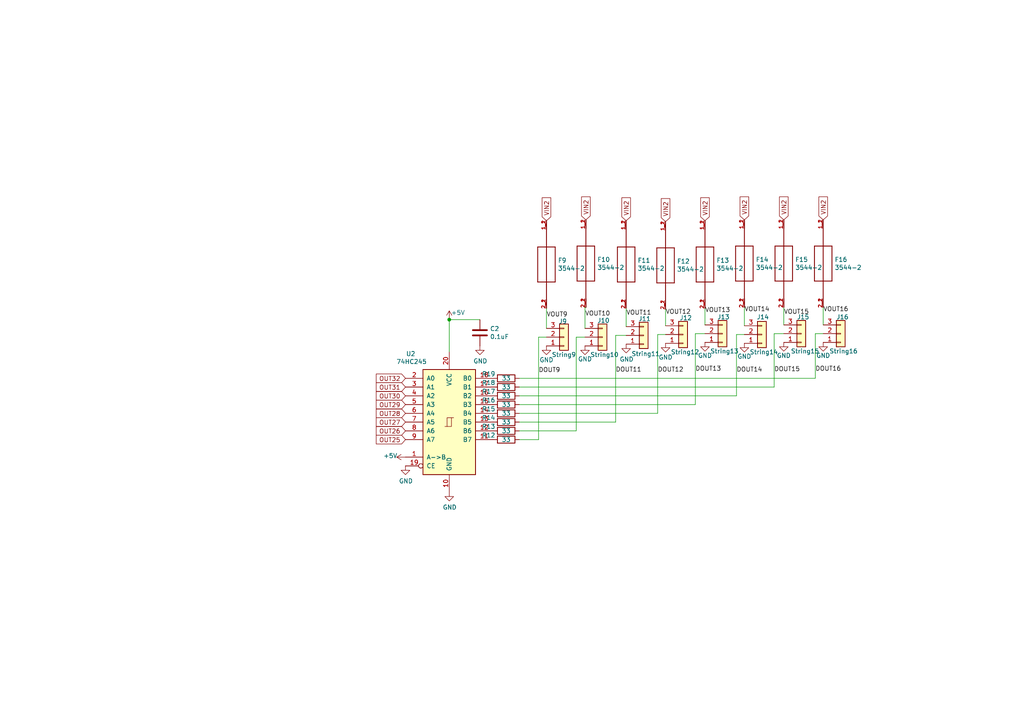
<source format=kicad_sch>
(kicad_sch (version 20211123) (generator eeschema)
  (paper "A4")
  (title_block (title "16 Expansion Dual SMD") (date "2022-08-13") (rev "v2") (company "Scott Hanson"))
  (lib_symbols
    (symbol "74xx:74HC245" (pin_names (offset 1.016))
      (property "Reference" "U" (at -7.62 16.51 0))
      (property "Value" "74HC245" (at -7.62 -16.51 0))
      (symbol "74HC245_1_0"
        (polyline (pts (xy -0.635 -1.27) (xy -0.635 1.27) (xy 0.635 1.27)))
        (polyline (pts (xy -1.27 -1.27) (xy 0.635 -1.27) (xy 0.635 1.27) (xy 1.27 1.27)))
        (pin input line (at -12.7 -10.16 0) (length 5.08) (name "A->B") (number "1"))
        (pin power_in line (at 0 -20.32 90) (length 5.08) (name "GND") (number "10"))
        (pin tri_state line (at 12.7 -5.08 180) (length 5.08) (name "B7") (number "11"))
        (pin tri_state line (at 12.7 -2.54 180) (length 5.08) (name "B6") (number "12"))
        (pin tri_state line (at 12.7 0 180) (length 5.08) (name "B5") (number "13"))
        (pin tri_state line (at 12.7 2.54 180) (length 5.08) (name "B4") (number "14"))
        (pin tri_state line (at 12.7 5.08 180) (length 5.08) (name "B3") (number "15"))
        (pin tri_state line (at 12.7 7.62 180) (length 5.08) (name "B2") (number "16"))
        (pin tri_state line (at 12.7 10.16 180) (length 5.08) (name "B1") (number "17"))
        (pin tri_state line (at 12.7 12.7 180) (length 5.08) (name "B0") (number "18"))
        (pin input inverted (at -12.7 -12.7 0) (length 5.08) (name "CE") (number "19"))
        (pin tri_state line (at -12.7 12.7 0) (length 5.08) (name "A0") (number "2"))
        (pin power_in line (at 0 20.32 270) (length 5.08) (name "VCC") (number "20"))
        (pin tri_state line (at -12.7 10.16 0) (length 5.08) (name "A1") (number "3"))
        (pin tri_state line (at -12.7 7.62 0) (length 5.08) (name "A2") (number "4"))
        (pin tri_state line (at -12.7 5.08 0) (length 5.08) (name "A3") (number "5"))
        (pin tri_state line (at -12.7 2.54 0) (length 5.08) (name "A4") (number "6"))
        (pin tri_state line (at -12.7 0 0) (length 5.08) (name "A5") (number "7"))
        (pin tri_state line (at -12.7 -2.54 0) (length 5.08) (name "A6") (number "8"))
        (pin tri_state line (at -12.7 -5.08 0) (length 5.08) (name "A7") (number "9"))
      )
      (symbol "74HC245_1_1"
        (rectangle (start -7.62 15.24) (end 7.62 -15.24) (stroke (width 0.254)) (fill (type background)))
      )
    )
    (symbol "Connector_Generic:Conn_01x03" (pin_names (offset 1.016) hide)
      (property "Reference" "J" (at 0 5.08 0))
      (property "Value" "Conn_01x03" (at 0 -5.08 0))
      (symbol "Conn_01x03_1_1"
        (rectangle (start -1.27 -2.413) (end 0 -2.667) (stroke (width 0.1524)))
        (rectangle (start -1.27 0.127) (end 0 -0.127) (stroke (width 0.1524)))
        (rectangle (start -1.27 2.667) (end 0 2.413) (stroke (width 0.1524)))
        (rectangle (start -1.27 3.81) (end 1.27 -3.81) (stroke (width 0.254)) (fill (type background)))
        (pin passive line (at -5.08 2.54 0) (length 3.81) (name "Pin_1") (number "1"))
        (pin passive line (at -5.08 0 0) (length 3.81) (name "Pin_2") (number "2"))
        (pin passive line (at -5.08 -2.54 0) (length 3.81) (name "Pin_3") (number "3"))
      )
    )
    (symbol "Device:R" (pin_numbers hide) (pin_names (offset 0))
      (property "Reference" "R" (at 2.032 0 90))
      (property "Value" "R" (at 0 0 90))
      (symbol "R_0_1"
        (rectangle (start -1.016 -2.54) (end 1.016 2.54) (stroke (width 0.254)))
      )
      (symbol "R_1_1"
        (pin passive line (at 0 3.81 270) (length 1.27) (name "~") (number "1"))
        (pin passive line (at 0 -3.81 90) (length 1.27) (name "~") (number "2"))
      )
    )
    (symbol "PB_16-rescue:3544-2-Keystone_Fuse" (pin_names (offset 1.016) hide)
      (property "Reference" "F" (at -5.08 3.302 0))
      (property "Value" "3544-2-Keystone_Fuse" (at -5.08 -5.08 0))
      (symbol "3544-2-Keystone_Fuse_0_0"
        (polyline (pts (xy -12.7 0) (xy 12.7 0)) (stroke (width 0.254)))
        (polyline (pts (xy -5.08 -2.54) (xy -5.08 2.54)) (stroke (width 0.254)))
        (polyline (pts (xy -5.08 2.54) (xy 5.08 2.54)) (stroke (width 0.254)))
        (polyline (pts (xy 5.08 -2.54) (xy -5.08 -2.54)) (stroke (width 0.254)))
        (polyline (pts (xy 5.08 2.54) (xy 5.08 -2.54)) (stroke (width 0.254)))
        (pin passive line (at -12.7 0 0) (length 2.54) (name "1") (number "1_1"))
        (pin passive line (at -12.7 0 0) (length 2.54) (name "1") (number "1_2"))
        (pin passive line (at 12.7 0 180) (length 2.54) (name "2") (number "2_1"))
        (pin passive line (at 12.7 0 180) (length 2.54) (name "2") (number "2_2"))
      )
    )
    (symbol "PB_16-rescue:C-Device" (pin_numbers hide) (pin_names (offset 0.254))
      (property "Reference" "C" (at 0.635 2.54 0))
      (property "Value" "C-Device" (at 0.635 -2.54 0))
      (symbol "C-Device_0_1"
        (polyline (pts (xy -2.032 -0.762) (xy 2.032 -0.762)) (stroke (width 0.508)))
        (polyline (pts (xy -2.032 0.762) (xy 2.032 0.762)) (stroke (width 0.508)))
      )
      (symbol "C-Device_1_1"
        (pin passive line (at 0 3.81 270) (length 2.794) (name "~") (number "1"))
        (pin passive line (at 0 -3.81 90) (length 2.794) (name "~") (number "2"))
      )
    )
    (symbol "power:+5V" (power) (pin_names (offset 0))
      (property "Value" "+5V" (at 0 3.556 0))
      (symbol "+5V_0_1"
        (polyline (pts (xy -0.762 1.27) (xy 0 2.54)))
        (polyline (pts (xy 0 0) (xy 0 2.54)))
        (polyline (pts (xy 0 2.54) (xy 0.762 1.27)))
      )
      (symbol "+5V_1_1"
        (pin power_in line (at 0 0 90) (length 0) hide (name "+5V") (number "1"))
      )
    )
    (symbol "power:GND" (power) (pin_names (offset 0))
      (property "Value" "GND" (at 0 -3.81 0))
      (symbol "GND_0_1"
        (polyline (pts (xy 0 0) (xy 0 -1.27) (xy 1.27 -1.27) (xy 0 -2.54) (xy -1.27 -1.27) (xy 0 -1.27)))
      )
      (symbol "GND_1_1"
        (pin power_in line (at 0 0 270) (length 0) hide (name "GND") (number "1"))
      )
    )
  )
  (junction (at 130.302 92.71))
  (wire (pts (xy 150.622 112.268) (xy 224.536 112.268)))
  (wire (pts (xy 236.474 96.774) (xy 236.474 109.728)))
  (wire (pts (xy 204.47 96.774) (xy 201.676 96.774)))
  (wire (pts (xy 130.302 92.71) (xy 130.302 102.108)))
  (wire (pts (xy 215.9 89.154) (xy 215.9 94.488)))
  (wire (pts (xy 169.672 89.154) (xy 169.926 89.154)))
  (wire (pts (xy 193.04 94.488) (xy 193.04 89.662)))
  (wire (pts (xy 169.672 97.79) (xy 167.132 97.79)))
  (wire (pts (xy 150.622 119.888) (xy 190.754 119.888)))
  (wire (pts (xy 181.61 89.408) (xy 181.61 94.742)))
  (wire (pts (xy 178.562 97.282) (xy 178.562 122.428)))
  (wire (pts (xy 150.622 124.968) (xy 167.132 124.968)))
  (wire (pts (xy 169.672 95.25) (xy 169.672 89.154)))
  (wire (pts (xy 139.192 92.71) (xy 130.302 92.71)))
  (wire (pts (xy 150.622 117.348) (xy 201.676 117.348)))
  (wire (pts (xy 236.474 96.774) (xy 238.76 96.774)))
  (wire (pts (xy 178.562 97.282) (xy 181.61 97.282)))
  (wire (pts (xy 150.622 122.428) (xy 178.562 122.428)))
  (wire (pts (xy 227.33 89.154) (xy 227.33 94.234)))
  (wire (pts (xy 215.9 97.028) (xy 213.614 97.028)))
  (wire (pts (xy 201.676 96.774) (xy 201.676 117.348)))
  (wire (pts (xy 167.132 97.79) (xy 167.132 124.968)))
  (wire (pts (xy 224.536 96.774) (xy 224.536 112.268)))
  (wire (pts (xy 193.04 97.028) (xy 190.754 97.028)))
  (wire (pts (xy 213.614 97.028) (xy 213.614 114.808)))
  (wire (pts (xy 238.76 94.234) (xy 238.76 89.154)))
  (wire (pts (xy 158.496 89.408) (xy 158.496 95.25)))
  (wire (pts (xy 156.21 97.79) (xy 156.21 127.508)))
  (wire (pts (xy 150.622 109.728) (xy 236.474 109.728)))
  (wire (pts (xy 204.47 94.234) (xy 204.47 89.408)))
  (wire (pts (xy 150.622 114.808) (xy 213.614 114.808)))
  (wire (pts (xy 156.21 97.79) (xy 158.496 97.79)))
  (wire (pts (xy 224.536 96.774) (xy 227.33 96.774)))
  (wire (pts (xy 190.754 97.028) (xy 190.754 119.888)))
  (wire (pts (xy 156.21 127.508) (xy 150.622 127.508)))
  (label "VOUT9" (at 158.496 92.202 0))
  (label "DOUT13" (at 201.676 107.95 0))
  (label "VOUT12" (at 193.04 91.44 0))
  (label "DOUT12" (at 190.754 108.204 0))
  (label "VOUT14" (at 215.9 90.678 0))
  (label "VOUT13" (at 204.47 90.932 0))
  (label "DOUT14" (at 213.614 108.204 0))
  (label "DOUT11" (at 178.562 108.204 0))
  (label "VOUT16" (at 238.76 90.678 0))
  (label "DOUT15" (at 224.536 108.077 0))
  (label "DOUT16" (at 236.474 107.95 0))
  (label "DOUT9" (at 156.21 108.331 0))
  (label "VOUT10" (at 169.672 91.948 0))
  (label "VOUT15" (at 227.33 91.44 0))
  (label "VOUT11" (at 181.61 91.694 0))
  (global_label "OUT25" (shape input) (at 117.602 127.508 180) (property "Intersheet References" "${INTERSHEET_REFS}" (effects hide)))
  (global_label "VIN2" (shape input) (at 169.926 63.754 90) (property "Intersheet References" "${INTERSHEET_REFS}" (effects hide)))
  (global_label "OUT30" (shape input) (at 117.602 114.808 180) (property "Intersheet References" "${INTERSHEET_REFS}" (effects hide)))
  (global_label "OUT28" (shape input) (at 117.602 119.888 180) (property "Intersheet References" "${INTERSHEET_REFS}" (effects hide)))
  (global_label "OUT31" (shape input) (at 117.602 112.268 180) (property "Intersheet References" "${INTERSHEET_REFS}" (effects hide)))
  (global_label "OUT26" (shape input) (at 117.602 124.968 180) (property "Intersheet References" "${INTERSHEET_REFS}" (effects hide)))
  (global_label "VIN2" (shape input) (at 181.61 64.008 90) (property "Intersheet References" "${INTERSHEET_REFS}" (effects hide)))
  (global_label "VIN2" (shape input) (at 204.47 64.008 90) (property "Intersheet References" "${INTERSHEET_REFS}" (effects hide)))
  (global_label "VIN2" (shape input) (at 215.9 63.754 90) (property "Intersheet References" "${INTERSHEET_REFS}" (effects hide)))
  (global_label "VIN2" (shape input) (at 238.76 63.754 90) (property "Intersheet References" "${INTERSHEET_REFS}" (effects hide)))
  (global_label "OUT27" (shape input) (at 117.602 122.428 180) (property "Intersheet References" "${INTERSHEET_REFS}" (effects hide)))
  (global_label "VIN2" (shape input) (at 193.04 64.262 90) (property "Intersheet References" "${INTERSHEET_REFS}" (effects hide)))
  (global_label "OUT29" (shape input) (at 117.602 117.348 180) (property "Intersheet References" "${INTERSHEET_REFS}" (effects hide)))
  (global_label "OUT32" (shape input) (at 117.602 109.728 180) (property "Intersheet References" "${INTERSHEET_REFS}" (effects hide)))
  (global_label "VIN2" (shape input) (at 227.33 63.754 90) (property "Intersheet References" "${INTERSHEET_REFS}" (effects hide)))
  (global_label "VIN2" (shape input) (at 158.496 64.008 90) (property "Intersheet References" "${INTERSHEET_REFS}" (effects hide)))
  (symbol (lib_id "Connector_Generic:Conn_01x03") (at 163.576 97.79 0) (mirror x) (unit 1)
    (property "Reference" "J9" (at 162.052 93.218 0) (effects (justify left)))
    (property "Value" "String9" (at 160.02 102.87 0) (effects (justify left)))
    (property "Footprint" "Connector_Phoenix_MC:PhoenixContact_MCV_1,5_3-G-3.5_1x03_P3.50mm_Vertical" (effects hide))
    (property "Digi-Key_PN" "277-5737-ND/ED10555-ND" (effects hide))
    (property "MPN" "1843619/OSTTJ0311530" (effects hide))
    (property "LCSC" "C192778" (effects hide))
  )
  (symbol (lib_id "Connector_Generic:Conn_01x03") (at 174.752 97.79 0) (mirror x) (unit 1)
    (property "Reference" "J10" (at 173.228 92.964 0) (effects (justify left)))
    (property "Value" "String10" (at 171.196 102.87 0) (effects (justify left)))
    (property "Footprint" "Connector_Phoenix_MC:PhoenixContact_MCV_1,5_3-G-3.5_1x03_P3.50mm_Vertical" (effects hide))
    (property "Digi-Key_PN" "277-5737-ND/ED10555-ND" (effects hide))
    (property "MPN" "1843619/OSTTJ0311530" (effects hide))
    (property "LCSC" "C192778" (effects hide))
  )
  (symbol (lib_id "Connector_Generic:Conn_01x03") (at 186.69 97.282 0) (mirror x) (unit 1)
    (property "Reference" "J11" (at 185.166 92.456 0) (effects (justify left)))
    (property "Value" "String11" (at 183.134 102.616 0) (effects (justify left)))
    (property "Footprint" "Connector_Phoenix_MC:PhoenixContact_MCV_1,5_3-G-3.5_1x03_P3.50mm_Vertical" (effects hide))
    (property "Digi-Key_PN" "277-5737-ND/ED10555-ND" (effects hide))
    (property "MPN" "1843619/OSTTJ0311530" (effects hide))
    (property "LCSC" "C192778" (effects hide))
  )
  (symbol (lib_id "Connector_Generic:Conn_01x03") (at 198.12 97.028 0) (mirror x) (unit 1)
    (property "Reference" "J12" (at 197.104 92.202 0) (effects (justify left)))
    (property "Value" "String12" (at 194.564 102.108 0) (effects (justify left)))
    (property "Footprint" "Connector_Phoenix_MC:PhoenixContact_MCV_1,5_3-G-3.5_1x03_P3.50mm_Vertical" (effects hide))
    (property "Digi-Key_PN" "277-5737-ND/ED10555-ND" (effects hide))
    (property "MPN" "1843619/OSTTJ0311530" (effects hide))
    (property "LCSC" "C192778" (effects hide))
  )
  (symbol (lib_id "Connector_Generic:Conn_01x03") (at 209.55 96.774 0) (mirror x) (unit 1)
    (property "Reference" "J13" (at 208.026 91.948 0) (effects (justify left)))
    (property "Value" "String13" (at 205.994 101.854 0) (effects (justify left)))
    (property "Footprint" "Connector_Phoenix_MC:PhoenixContact_MCV_1,5_3-G-3.5_1x03_P3.50mm_Vertical" (effects hide))
    (property "Digi-Key_PN" "277-5737-ND/ED10555-ND" (effects hide))
    (property "MPN" "1843619/OSTTJ0311530" (effects hide))
    (property "LCSC" "C192778" (effects hide))
  )
  (symbol (lib_id "Connector_Generic:Conn_01x03") (at 220.98 97.028 0) (mirror x) (unit 1)
    (property "Reference" "J14" (at 219.456 91.948 0) (effects (justify left)))
    (property "Value" "String14" (at 217.424 102.108 0) (effects (justify left)))
    (property "Footprint" "Connector_Phoenix_MC:PhoenixContact_MCV_1,5_3-G-3.5_1x03_P3.50mm_Vertical" (effects hide))
    (property "Digi-Key_PN" "277-5737-ND/ED10555-ND" (effects hide))
    (property "MPN" "1843619/OSTTJ0311530" (effects hide))
    (property "LCSC" "C192778" (effects hide))
  )
  (symbol (lib_id "Connector_Generic:Conn_01x03") (at 232.41 96.774 0) (mirror x) (unit 1)
    (property "Reference" "J15" (at 231.14 91.948 0) (effects (justify left)))
    (property "Value" "String15" (at 229.362 101.854 0) (effects (justify left)))
    (property "Footprint" "Connector_Phoenix_MC:PhoenixContact_MCV_1,5_3-G-3.5_1x03_P3.50mm_Vertical" (effects hide))
    (property "Digi-Key_PN" "277-5737-ND/ED10555-ND" (effects hide))
    (property "MPN" "1843619/OSTTJ0311530" (effects hide))
    (property "LCSC" "C192778" (effects hide))
  )
  (symbol (lib_id "Connector_Generic:Conn_01x03") (at 243.84 96.774 0) (mirror x) (unit 1)
    (property "Reference" "J16" (at 242.57 91.948 0) (effects (justify left)))
    (property "Value" "String16" (at 240.538 101.854 0) (effects (justify left)))
    (property "Footprint" "Connector_Phoenix_MC:PhoenixContact_MCV_1,5_3-G-3.5_1x03_P3.50mm_Vertical" (effects hide))
    (property "Digi-Key_PN" "277-5737-ND/ED10555-ND" (effects hide))
    (property "MPN" "1843619/OSTTJ0311530" (effects hide))
    (property "LCSC" "C192778" (effects hide))
  )
  (symbol (lib_id "power:GND") (at 158.496 100.33 0) (unit 1)
    (property "Reference" "#PWR024" (effects hide))
    (property "Value" "GND" (at 158.496 104.394 0))
  )
  (symbol (lib_id "power:GND") (at 169.672 100.33 0) (unit 1)
    (property "Reference" "#PWR025" (effects hide))
    (property "Value" "GND" (at 169.672 104.14 0))
  )
  (symbol (lib_id "power:GND") (at 181.61 99.822 0) (unit 1)
    (property "Reference" "#PWR026" (effects hide))
    (property "Value" "GND" (at 181.737 104.2162 0))
  )
  (symbol (lib_id "power:GND") (at 193.04 99.568 0) (unit 1)
    (property "Reference" "#PWR027" (effects hide))
    (property "Value" "GND" (at 193.04 103.632 0))
  )
  (symbol (lib_id "power:GND") (at 204.47 99.314 0) (unit 1)
    (property "Reference" "#PWR028" (effects hide))
    (property "Value" "GND" (at 204.47 103.124 0))
  )
  (symbol (lib_id "power:GND") (at 215.9 99.568 0) (unit 1)
    (property "Reference" "#PWR029" (effects hide))
    (property "Value" "GND" (at 215.9 103.378 0))
  )
  (symbol (lib_id "power:GND") (at 227.33 99.314 0) (unit 1)
    (property "Reference" "#PWR030" (effects hide))
    (property "Value" "GND" (at 227.33 103.124 0))
  )
  (symbol (lib_id "power:GND") (at 238.76 99.314 0) (unit 1)
    (property "Reference" "#PWR031" (effects hide))
    (property "Value" "GND" (at 238.76 103.124 0))
  )
  (symbol (lib_id "PB_16-rescue:3544-2-Keystone_Fuse") (at 169.926 76.454 270) (unit 1)
    (property "Reference" "F10" (at 173.228 75.2856 90) (effects (justify left)))
    (property "Value" "3544-2" (at 173.228 77.597 90) (effects (justify left)))
    (property "Footprint" "Keystone_Fuse:FUSE_3544-2" (effects hide))
    (property "Field4" "3544-2" (effects hide))
    (property "Field5" "None" (effects hide))
    (property "Field6" "Unavailable" (effects hide))
    (property "Field7" "Fuse Clip; 500 VAC; 30 A; PCB; For 0.110 in. x 0.032 in. mini blade fuses" (effects hide))
    (property "Field8" "Keystone Electronics" (effects hide))
    (property "Digi-Key_PN" "36-3544-2-ND" (effects hide))
    (property "MPN" "3544-2" (effects hide))
    (property "LCSC" "C492610" (effects hide))
  )
  (symbol (lib_id "PB_16-rescue:3544-2-Keystone_Fuse") (at 181.61 76.708 270) (unit 1)
    (property "Reference" "F11" (at 184.912 75.5396 90) (effects (justify left)))
    (property "Value" "3544-2" (at 184.912 77.851 90) (effects (justify left)))
    (property "Footprint" "Keystone_Fuse:FUSE_3544-2" (effects hide))
    (property "Field4" "3544-2" (effects hide))
    (property "Field5" "None" (effects hide))
    (property "Field6" "Unavailable" (effects hide))
    (property "Field7" "Fuse Clip; 500 VAC; 30 A; PCB; For 0.110 in. x 0.032 in. mini blade fuses" (effects hide))
    (property "Field8" "Keystone Electronics" (effects hide))
    (property "Digi-Key_PN" "36-3544-2-ND" (effects hide))
    (property "MPN" "3544-2" (effects hide))
    (property "LCSC" "C492610" (effects hide))
  )
  (symbol (lib_id "PB_16-rescue:3544-2-Keystone_Fuse") (at 193.04 76.962 270) (unit 1)
    (property "Reference" "F12" (at 196.342 75.7936 90) (effects (justify left)))
    (property "Value" "3544-2" (at 196.342 78.105 90) (effects (justify left)))
    (property "Footprint" "Keystone_Fuse:FUSE_3544-2" (effects hide))
    (property "Field4" "3544-2" (effects hide))
    (property "Field5" "None" (effects hide))
    (property "Field6" "Unavailable" (effects hide))
    (property "Field7" "Fuse Clip; 500 VAC; 30 A; PCB; For 0.110 in. x 0.032 in. mini blade fuses" (effects hide))
    (property "Field8" "Keystone Electronics" (effects hide))
    (property "Digi-Key_PN" "36-3544-2-ND" (effects hide))
    (property "MPN" "3544-2" (effects hide))
    (property "LCSC" "C492610" (effects hide))
  )
  (symbol (lib_id "PB_16-rescue:3544-2-Keystone_Fuse") (at 204.47 76.708 270) (unit 1)
    (property "Reference" "F13" (at 207.772 75.5396 90) (effects (justify left)))
    (property "Value" "3544-2" (at 207.772 77.851 90) (effects (justify left)))
    (property "Footprint" "Keystone_Fuse:FUSE_3544-2" (effects hide))
    (property "Field4" "3544-2" (effects hide))
    (property "Field5" "None" (effects hide))
    (property "Field6" "Unavailable" (effects hide))
    (property "Field7" "Fuse Clip; 500 VAC; 30 A; PCB; For 0.110 in. x 0.032 in. mini blade fuses" (effects hide))
    (property "Field8" "Keystone Electronics" (effects hide))
    (property "Digi-Key_PN" "36-3544-2-ND" (effects hide))
    (property "MPN" "3544-2" (effects hide))
    (property "LCSC" "C492610" (effects hide))
  )
  (symbol (lib_id "PB_16-rescue:3544-2-Keystone_Fuse") (at 215.9 76.454 270) (unit 1)
    (property "Reference" "F14" (at 219.202 75.2856 90) (effects (justify left)))
    (property "Value" "3544-2" (at 219.202 77.597 90) (effects (justify left)))
    (property "Footprint" "Keystone_Fuse:FUSE_3544-2" (effects hide))
    (property "Field4" "3544-2" (effects hide))
    (property "Field5" "None" (effects hide))
    (property "Field6" "Unavailable" (effects hide))
    (property "Field7" "Fuse Clip; 500 VAC; 30 A; PCB; For 0.110 in. x 0.032 in. mini blade fuses" (effects hide))
    (property "Field8" "Keystone Electronics" (effects hide))
    (property "Digi-Key_PN" "36-3544-2-ND" (effects hide))
    (property "MPN" "3544-2" (effects hide))
    (property "LCSC" "C492610" (effects hide))
  )
  (symbol (lib_id "PB_16-rescue:3544-2-Keystone_Fuse") (at 227.33 76.454 270) (unit 1)
    (property "Reference" "F15" (at 230.632 75.2856 90) (effects (justify left)))
    (property "Value" "3544-2" (at 230.632 77.597 90) (effects (justify left)))
    (property "Footprint" "Keystone_Fuse:FUSE_3544-2" (effects hide))
    (property "Field4" "3544-2" (effects hide))
    (property "Field5" "None" (effects hide))
    (property "Field6" "Unavailable" (effects hide))
    (property "Field7" "Fuse Clip; 500 VAC; 30 A; PCB; For 0.110 in. x 0.032 in. mini blade fuses" (effects hide))
    (property "Field8" "Keystone Electronics" (effects hide))
    (property "Digi-Key_PN" "36-3544-2-ND" (effects hide))
    (property "MPN" "3544-2" (effects hide))
    (property "LCSC" "C492610" (effects hide))
  )
  (symbol (lib_id "PB_16-rescue:3544-2-Keystone_Fuse") (at 238.76 76.454 270) (unit 1)
    (property "Reference" "F16" (at 242.062 75.2856 90) (effects (justify left)))
    (property "Value" "3544-2" (at 242.062 77.597 90) (effects (justify left)))
    (property "Footprint" "Keystone_Fuse:FUSE_3544-2" (effects hide))
    (property "Field4" "3544-2" (effects hide))
    (property "Field5" "None" (effects hide))
    (property "Field6" "Unavailable" (effects hide))
    (property "Field7" "Fuse Clip; 500 VAC; 30 A; PCB; For 0.110 in. x 0.032 in. mini blade fuses" (effects hide))
    (property "Field8" "Keystone Electronics" (effects hide))
    (property "Digi-Key_PN" "36-3544-2-ND" (effects hide))
    (property "MPN" "3544-2" (effects hide))
    (property "LCSC" "C492610" (effects hide))
  )
  (symbol (lib_id "power:GND") (at 130.302 142.748 0) (unit 1)
    (property "Reference" "#PWR023" (effects hide))
    (property "Value" "GND" (at 130.429 147.1422 0))
  )
  (symbol (lib_id "power:+5V") (at 117.602 132.588 90) (unit 1)
    (property "Reference" "#PWR020" (effects hide))
    (property "Value" "+5V" (at 113.2078 132.207 90))
  )
  (symbol (lib_id "power:GND") (at 117.602 135.128 0) (unit 1)
    (property "Reference" "#PWR021" (effects hide))
    (property "Value" "GND" (at 117.729 139.5222 0))
  )
  (symbol (lib_id "PB_16-rescue:C-Device") (at 139.192 96.52 0) (unit 1)
    (property "Reference" "C2" (at 142.113 95.3516 0) (effects (justify left)))
    (property "Value" "0.1uF" (at 142.113 97.663 0) (effects (justify left)))
    (property "Footprint" "Capacitor_SMD:C_0603_1608Metric_Pad1.08x0.95mm_HandSolder" (effects hide))
    (property "Digi-Key_PN" "1276-1935-2-ND" (effects hide))
    (property "MPN" "CL10B104KB8NNWC" (effects hide))
    (property "LCSC" "C14663" (effects hide))
  )
  (symbol (lib_id "power:+5V") (at 130.302 92.71 0) (unit 1)
    (property "Reference" "#PWR022" (effects hide))
    (property "Value" "+5V" (at 132.842 90.678 0))
  )
  (symbol (lib_id "PB_16-rescue:3544-2-Keystone_Fuse") (at 158.496 76.708 270) (unit 1)
    (property "Reference" "F9" (at 161.798 75.5396 90) (effects (justify left)))
    (property "Value" "3544-2" (at 161.798 77.851 90) (effects (justify left)))
    (property "Footprint" "Keystone_Fuse:FUSE_3544-2" (effects hide))
    (property "Field4" "3544-2" (effects hide))
    (property "Field5" "None" (effects hide))
    (property "Field6" "Unavailable" (effects hide))
    (property "Field7" "Fuse Clip; 500 VAC; 30 A; PCB; For 0.110 in. x 0.032 in. mini blade fuses" (effects hide))
    (property "Field8" "Keystone Electronics" (effects hide))
    (property "Digi-Key_PN" "36-3544-2-ND" (effects hide))
    (property "MPN" "3544-2" (effects hide))
    (property "LCSC" "C492610" (effects hide))
  )
  (symbol (lib_id "74xx:74HC245") (at 130.302 122.428 0) (unit 1)
    (property "Reference" "U2" (at 119.126 102.616 0))
    (property "Value" "74HC245" (at 119.38 104.902 0))
    (property "Footprint" "Package_SO:SOIC-20W_7.5x12.8mm_P1.27mm" (effects hide))
    (property "Datasheet" "http://www.ti.com/lit/gpn/sn74HC245" (effects hide))
    (property "Digi-Key_PN" "296-8279-1-ND" (effects hide))
    (property "LCSC" "C5625" (effects hide))
    (property "MPN" "SN74HC245PWR" (effects hide))
  )
  (symbol (lib_id "power:GND") (at 139.192 100.33 0) (unit 1)
    (property "Reference" "#PWR0103" (effects hide))
    (property "Value" "GND" (at 139.319 104.7242 0))
  )
  (symbol (lib_id "Device:R") (at 146.812 124.968 90) (unit 1)
    (property "Reference" "R13" (at 141.732 123.698 90))
    (property "Value" "33" (at 146.812 124.968 90))
    (property "Footprint" "Resistor_SMD:R_0603_1608Metric_Pad0.98x0.95mm_HandSolder" (effects hide))
    (property "LCSC" "C23140" (effects hide))
    (property "Digi-Key_PN" "2571-CN34J330CTTR-ND" (effects hide))
    (property "MPN" "CN34J330CT" (effects hide))
  )
  (symbol (lib_id "Device:R") (at 146.812 127.508 90) (unit 1)
    (property "Reference" "R12" (at 141.732 126.238 90))
    (property "Value" "33" (at 146.812 127.508 90))
    (property "Footprint" "Resistor_SMD:R_0603_1608Metric_Pad0.98x0.95mm_HandSolder" (effects hide))
    (property "LCSC" "C23140" (effects hide))
    (property "Digi-Key_PN" "2571-CN34J330CTTR-ND" (effects hide))
    (property "MPN" "CN34J330CT" (effects hide))
  )
  (symbol (lib_id "Device:R") (at 146.812 109.728 90) (unit 1)
    (property "Reference" "R19" (at 141.732 108.458 90))
    (property "Value" "33" (at 146.812 109.728 90))
    (property "Footprint" "Resistor_SMD:R_0603_1608Metric_Pad0.98x0.95mm_HandSolder" (effects hide))
    (property "LCSC" "C23140" (effects hide))
    (property "Digi-Key_PN" "2571-CN34J330CTTR-ND" (effects hide))
    (property "MPN" "CN34J330CT" (effects hide))
  )
  (symbol (lib_id "Device:R") (at 146.812 122.428 90) (unit 1)
    (property "Reference" "R14" (at 141.732 121.158 90))
    (property "Value" "33" (at 146.812 122.428 90))
    (property "Footprint" "Resistor_SMD:R_0603_1608Metric_Pad0.98x0.95mm_HandSolder" (effects hide))
    (property "LCSC" "C23140" (effects hide))
    (property "Digi-Key_PN" "2571-CN34J330CTTR-ND" (effects hide))
    (property "MPN" "CN34J330CT" (effects hide))
  )
  (symbol (lib_id "Device:R") (at 146.812 119.888 90) (unit 1)
    (property "Reference" "R15" (at 141.732 118.618 90))
    (property "Value" "33" (at 146.812 119.888 90))
    (property "Footprint" "Resistor_SMD:R_0603_1608Metric_Pad0.98x0.95mm_HandSolder" (effects hide))
    (property "LCSC" "C23140" (effects hide))
    (property "Digi-Key_PN" "2571-CN34J330CTTR-ND" (effects hide))
    (property "MPN" "CN34J330CT" (effects hide))
  )
  (symbol (lib_id "Device:R") (at 146.812 114.808 90) (unit 1)
    (property "Reference" "R17" (at 141.732 113.538 90))
    (property "Value" "33" (at 146.812 114.808 90))
    (property "Footprint" "Resistor_SMD:R_0603_1608Metric_Pad0.98x0.95mm_HandSolder" (effects hide))
    (property "LCSC" "C23140" (effects hide))
    (property "Digi-Key_PN" "2571-CN34J330CTTR-ND" (effects hide))
    (property "MPN" "CN34J330CT" (effects hide))
  )
  (symbol (lib_id "Device:R") (at 146.812 117.348 90) (unit 1)
    (property "Reference" "R16" (at 141.732 116.078 90))
    (property "Value" "33" (at 146.812 117.348 90))
    (property "Footprint" "Resistor_SMD:R_0603_1608Metric_Pad0.98x0.95mm_HandSolder" (effects hide))
    (property "LCSC" "C23140" (effects hide))
    (property "Digi-Key_PN" "2571-CN34J330CTTR-ND" (effects hide))
    (property "MPN" "CN34J330CT" (effects hide))
  )
  (symbol (lib_id "Device:R") (at 146.812 112.268 90) (unit 1)
    (property "Reference" "R18" (at 141.732 110.998 90))
    (property "Value" "33" (at 146.812 112.268 90))
    (property "Footprint" "Resistor_SMD:R_0603_1608Metric_Pad0.98x0.95mm_HandSolder" (effects hide))
    (property "LCSC" "C23140" (effects hide))
    (property "Digi-Key_PN" "2571-CN34J330CTTR-ND" (effects hide))
    (property "MPN" "CN34J330CT" (effects hide))
  )
)
</source>
